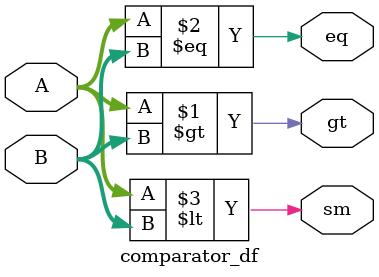
<source format=v>
module comparator_df(gt,sm,eq,A,B) ;
input [3:0]A,B;
output gt,eq,sm;
assign gt=(A>B);
assign eq=(A==B);
assign sm=(A<B);


endmodule
</source>
